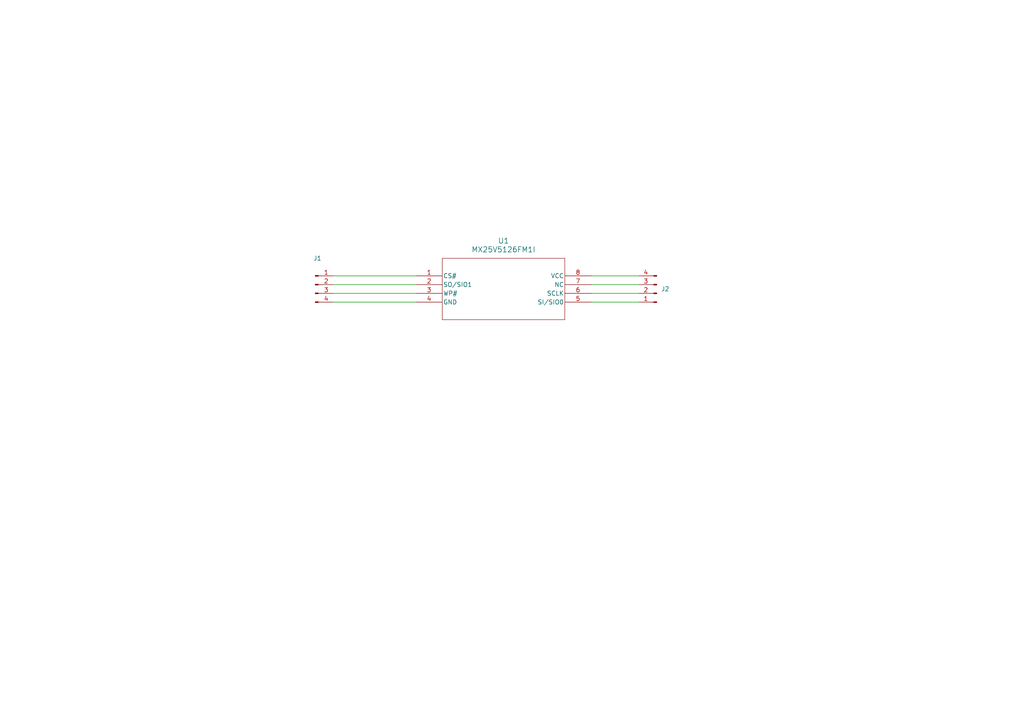
<source format=kicad_sch>
(kicad_sch (version 20250114) (generator "eeschema") (generator_version "9.0")
  (paper "A4")
  (lib_symbols
    (symbol "Connector:Conn_01x04_Pin" (pin_names (offset 1.016) (hide yes))
      (property "Reference" "J" (at 0 5.08 0))
      (property "Value" "Conn_01x04_Pin" (at 0 -7.62 0))
      (symbol "Conn_01x04_Pin_1_1"
        (rectangle (start 0.8636 2.667) (end 0 2.413) (stroke (width 0.1524)) (fill (type outline)))
        (rectangle (start 0.8636 0.127) (end 0 -0.127) (stroke (width 0.1524)) (fill (type outline)))
        (rectangle (start 0.8636 -2.413) (end 0 -2.667) (stroke (width 0.1524)) (fill (type outline)))
        (rectangle (start 0.8636 -4.953) (end 0 -5.207) (stroke (width 0.1524)) (fill (type outline)))
        (polyline (pts (xy 1.27 2.54) (xy 0.8636 2.54)) (stroke (width 0.1524)))
        (polyline (pts (xy 1.27 0) (xy 0.8636 0)) (stroke (width 0.1524)))
        (polyline (pts (xy 1.27 -2.54) (xy 0.8636 -2.54)) (stroke (width 0.1524)))
        (polyline (pts (xy 1.27 -5.08) (xy 0.8636 -5.08)) (stroke (width 0.1524)))
        (pin passive line (at 5.08 2.54 180) (length 3.81) (name "Pin_1") (number "1"))
        (pin passive line (at 5.08 0 180) (length 3.81) (name "Pin_2") (number "2"))
        (pin passive line (at 5.08 -2.54 180) (length 3.81) (name "Pin_3") (number "3"))
        (pin passive line (at 5.08 -5.08 180) (length 3.81) (name "Pin_4") (number "4"))
      )
    )
    (symbol "MX25V5126FM1I:MX25V5126FM1I" (pin_names (offset 0.254))
      (property "Reference" "U1" (at 25.4 10.16 0))
      (property "Value" "MX25V5126FM1I" (at 25.4 7.62 0))
      (symbol "MX25V5126FM1I_0_1"
        (polyline (pts (xy 7.62 5.08) (xy 7.62 -12.7)) (stroke (width 0.127)))
        (polyline (pts (xy 7.62 -12.7) (xy 43.18 -12.7)) (stroke (width 0.127)))
        (polyline (pts (xy 43.18 5.08) (xy 7.62 5.08)) (stroke (width 0.127)))
        (polyline (pts (xy 43.18 -12.7) (xy 43.18 5.08)) (stroke (width 0.127)))
        (pin unspecified line (at 0 0 0) (length 7.62) (name "CS#") (number "1"))
        (pin bidirectional line (at 0 -2.54 0) (length 7.62) (name "SO/SIO1") (number "2"))
        (pin unspecified line (at 0 -5.08 0) (length 7.62) (name "WP#") (number "3"))
        (pin power_out line (at 0 -7.62 0) (length 7.62) (name "GND") (number "4"))
        (pin power_in line (at 50.8 0 180) (length 7.62) (name "VCC") (number "8"))
        (pin input line (at 50.8 -2.54 180) (length 7.62) (name "NC") (number "7"))
        (pin input line (at 50.8 -5.08 180) (length 7.62) (name "SCLK") (number "6"))
        (pin bidirectional line (at 50.8 -7.62 180) (length 7.62) (name "SI/SIO0") (number "5"))
      )
    )
  )
  (wire (pts (xy 96.52 87.63) (xy 120.65 87.63)))
  (wire (pts (xy 96.52 80.01) (xy 120.65 80.01)))
  (wire (pts (xy 96.52 85.09) (xy 120.65 85.09)))
  (wire (pts (xy 96.52 82.55) (xy 120.65 82.55)))
  (wire (pts (xy 171.45 85.09) (xy 185.42 85.09)))
  (wire (pts (xy 171.45 82.55) (xy 185.42 82.55)))
  (wire (pts (xy 171.45 80.01) (xy 185.42 80.01)))
  (wire (pts (xy 171.45 87.63) (xy 185.42 87.63)))
  (symbol (lib_id "Connector:Conn_01x04_Pin") (at 190.5 85.09 180) (unit 1)
    (property "Reference" "J2" (at 191.77 83.8199 0) (effects (justify right)))
    (property "Value" "Conn_01x04_Pin" (effects (hide yes)))
    (property "Footprint" "Connector_PinHeader_2.54mm:PinHeader_1x04_P2.54mm_Vertical" (effects (hide yes)))
    (property "Description" "Generic connector, single row, 01x04, script generated" (effects (hide yes)))
  )
  (symbol (lib_id "MX25V5126FM1I:MX25V5126FM1I") (at 120.65 80.01 0) (unit 1)
    (property "Reference" "U1" (at 146.05 69.85 0) (effects (font (size 1.524 1.524))))
    (property "Value" "MX25V5126FM1I" (at 146.05 72.39 0) (effects (font (size 1.524 1.524))))
    (property "Footprint" "8-SOP_MX25V_M1_MAC" (effects (hide yes)))
    (property "Datasheet" "MX25V5126FM1I" (effects (hide yes)))
  )
  (symbol (lib_id "Connector:Conn_01x04_Pin") (at 91.44 82.55 0) (unit 1)
    (property "Reference" "J1" (at 92.075 74.93 0))
    (property "Value" "Conn_01x04_Pin" (effects (hide yes)))
    (property "Footprint" "Connector_PinHeader_2.54mm:PinHeader_1x04_P2.54mm_Vertical" (effects (hide yes)))
    (property "Description" "Generic connector, single row, 01x04, script generated" (effects (hide yes)))
  )
)
</source>
